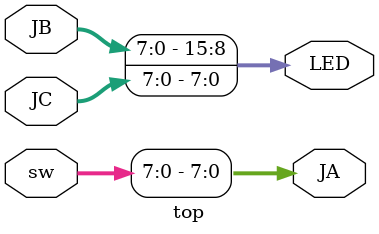
<source format=sv>
`timescale 1ns / 1ps


module top(sw, LED, JA, JB, JC);
    input logic [15:0] sw;
    input logic [7:0] JB, JC;
    output logic [15:0] LED;
    output logic [7:0] JA;
    
    assign JA = sw[7:0];
    
    assign LED[7:0] = JC;
    assign LED[15:8] = JB;
    
endmodule

</source>
